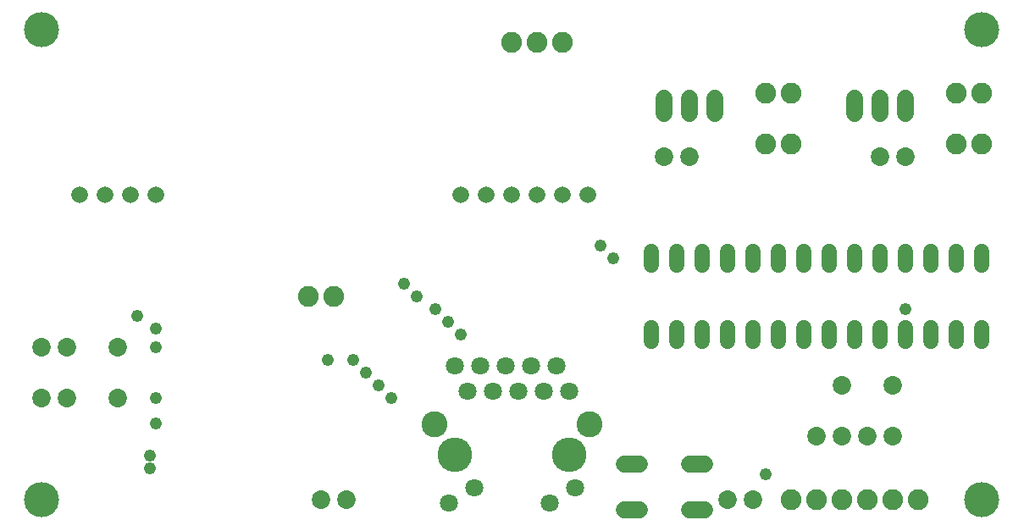
<source format=gbs>
G75*
%MOIN*%
%OFA0B0*%
%FSLAX24Y24*%
%IPPOS*%
%LPD*%
%AMOC8*
5,1,8,0,0,1.08239X$1,22.5*
%
%ADD10C,0.0730*%
%ADD11C,0.0680*%
%ADD12C,0.0820*%
%ADD13C,0.1380*%
%ADD14C,0.0654*%
%ADD15C,0.1025*%
%ADD16C,0.0710*%
%ADD17C,0.1360*%
%ADD18C,0.0600*%
%ADD19C,0.0480*%
D10*
X001680Y007000D03*
X002680Y007000D03*
X004680Y007000D03*
X004680Y009000D03*
X002680Y009000D03*
X001680Y009000D03*
X012680Y003000D03*
X013680Y003000D03*
X028680Y003000D03*
X029680Y003000D03*
X032180Y005500D03*
X033180Y005500D03*
X034180Y005500D03*
X035180Y005500D03*
X035180Y007500D03*
X033180Y007500D03*
X034680Y016500D03*
X035680Y016500D03*
X027180Y016500D03*
X026180Y016500D03*
D11*
X026180Y018200D02*
X026180Y018800D01*
X027180Y018800D02*
X027180Y018200D01*
X028180Y018200D02*
X028180Y018800D01*
X033680Y018800D02*
X033680Y018200D01*
X034680Y018200D02*
X034680Y018800D01*
X035680Y018800D02*
X035680Y018200D01*
X027760Y004390D02*
X027160Y004390D01*
X025200Y004390D02*
X024600Y004390D01*
X024600Y002610D02*
X025200Y002610D01*
X027160Y002610D02*
X027760Y002610D01*
D12*
X031180Y003000D03*
X032180Y003000D03*
X033180Y003000D03*
X034180Y003000D03*
X035180Y003000D03*
X036180Y003000D03*
X013180Y011000D03*
X012180Y011000D03*
X020180Y021000D03*
X021180Y021000D03*
X022180Y021000D03*
X030180Y019000D03*
X031180Y019000D03*
X031180Y017000D03*
X030180Y017000D03*
X037680Y017000D03*
X038680Y017000D03*
X038680Y019000D03*
X037680Y019000D03*
D13*
X001680Y003000D03*
X001680Y021500D03*
X038680Y021500D03*
X038680Y003000D03*
D14*
X023180Y015000D03*
X022180Y015000D03*
X021180Y015000D03*
X020180Y015000D03*
X019180Y015000D03*
X018180Y015000D03*
X006180Y015000D03*
X005180Y015000D03*
X004180Y015000D03*
X003180Y015000D03*
D15*
X017129Y005988D03*
X023231Y005988D03*
D16*
X022430Y007283D03*
X021430Y007283D03*
X020430Y007283D03*
X019430Y007283D03*
X018430Y007283D03*
X017930Y008283D03*
X018930Y008283D03*
X019930Y008283D03*
X020930Y008283D03*
X021930Y008283D03*
X022670Y003457D03*
X021670Y002858D03*
X018690Y003457D03*
X017690Y002858D03*
D17*
X017930Y004787D03*
X022430Y004787D03*
D18*
X025680Y009240D02*
X025680Y009760D01*
X026680Y009760D02*
X026680Y009240D01*
X027680Y009240D02*
X027680Y009760D01*
X028680Y009760D02*
X028680Y009240D01*
X029680Y009240D02*
X029680Y009760D01*
X030680Y009760D02*
X030680Y009240D01*
X031680Y009240D02*
X031680Y009760D01*
X032680Y009760D02*
X032680Y009240D01*
X033680Y009240D02*
X033680Y009760D01*
X034680Y009760D02*
X034680Y009240D01*
X035680Y009240D02*
X035680Y009760D01*
X036680Y009760D02*
X036680Y009240D01*
X037680Y009240D02*
X037680Y009760D01*
X038680Y009760D02*
X038680Y009240D01*
X038680Y012240D02*
X038680Y012760D01*
X037680Y012760D02*
X037680Y012240D01*
X036680Y012240D02*
X036680Y012760D01*
X035680Y012760D02*
X035680Y012240D01*
X034680Y012240D02*
X034680Y012760D01*
X033680Y012760D02*
X033680Y012240D01*
X032680Y012240D02*
X032680Y012760D01*
X031680Y012760D02*
X031680Y012240D01*
X030680Y012240D02*
X030680Y012760D01*
X029680Y012760D02*
X029680Y012240D01*
X028680Y012240D02*
X028680Y012760D01*
X027680Y012760D02*
X027680Y012240D01*
X026680Y012240D02*
X026680Y012760D01*
X025680Y012760D02*
X025680Y012240D01*
D19*
X024180Y012500D03*
X023680Y013000D03*
X017680Y010000D03*
X017180Y010500D03*
X016430Y011000D03*
X015930Y011500D03*
X018180Y009500D03*
X014930Y007500D03*
X014430Y008000D03*
X013930Y008500D03*
X012930Y008500D03*
X015430Y007000D03*
X006180Y007000D03*
X006180Y006000D03*
X005930Y004750D03*
X005930Y004250D03*
X006180Y009000D03*
X006180Y009750D03*
X005430Y010250D03*
X030180Y004000D03*
X035680Y010500D03*
M02*

</source>
